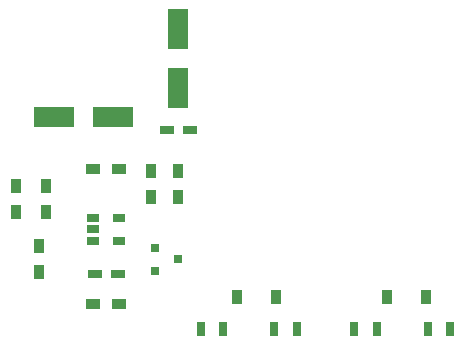
<source format=gbr>
G04 #@! TF.FileFunction,Paste,Top*
%FSLAX46Y46*%
G04 Gerber Fmt 4.6, Leading zero omitted, Abs format (unit mm)*
G04 Created by KiCad (PCBNEW 4.0.5+dfsg1-4) date Tue Jul 17 10:21:43 2018*
%MOMM*%
%LPD*%
G01*
G04 APERTURE LIST*
%ADD10C,0.100000*%
%ADD11R,1.200000X0.750000*%
%ADD12R,3.500120X1.800860*%
%ADD13R,0.910000X1.220000*%
%ADD14R,0.800100X0.800100*%
%ADD15R,0.900000X1.200000*%
%ADD16R,1.200000X0.900000*%
%ADD17R,1.060000X0.650000*%
%ADD18R,1.800860X3.500120*%
%ADD19R,0.700000X1.300000*%
G04 APERTURE END LIST*
D10*
D11*
X69530000Y-102870000D03*
X67630000Y-102870000D03*
D12*
X64175640Y-89535000D03*
X69174360Y-89535000D03*
D13*
X95615000Y-104775000D03*
X92345000Y-104775000D03*
X82915000Y-104775000D03*
X79645000Y-104775000D03*
D11*
X73726000Y-90678000D03*
X75626000Y-90678000D03*
D14*
X72659240Y-100650000D03*
X72659240Y-102550000D03*
X74658220Y-101600000D03*
D15*
X60960000Y-95420000D03*
X60960000Y-97620000D03*
X62865000Y-102700000D03*
X62865000Y-100500000D03*
X63500000Y-95420000D03*
X63500000Y-97620000D03*
D16*
X69680000Y-105410000D03*
X67480000Y-105410000D03*
X67480000Y-93980000D03*
X69680000Y-93980000D03*
D15*
X72390000Y-96350000D03*
X72390000Y-94150000D03*
X74676000Y-94150000D03*
X74676000Y-96350000D03*
D17*
X67480000Y-98110000D03*
X67480000Y-99060000D03*
X67480000Y-100010000D03*
X69680000Y-100010000D03*
X69680000Y-98110000D03*
D18*
X74676000Y-87081360D03*
X74676000Y-82082640D03*
D19*
X97700000Y-107500000D03*
X95800000Y-107500000D03*
X91450000Y-107500000D03*
X89550000Y-107500000D03*
X84700000Y-107500000D03*
X82800000Y-107500000D03*
X78450000Y-107500000D03*
X76550000Y-107500000D03*
M02*

</source>
